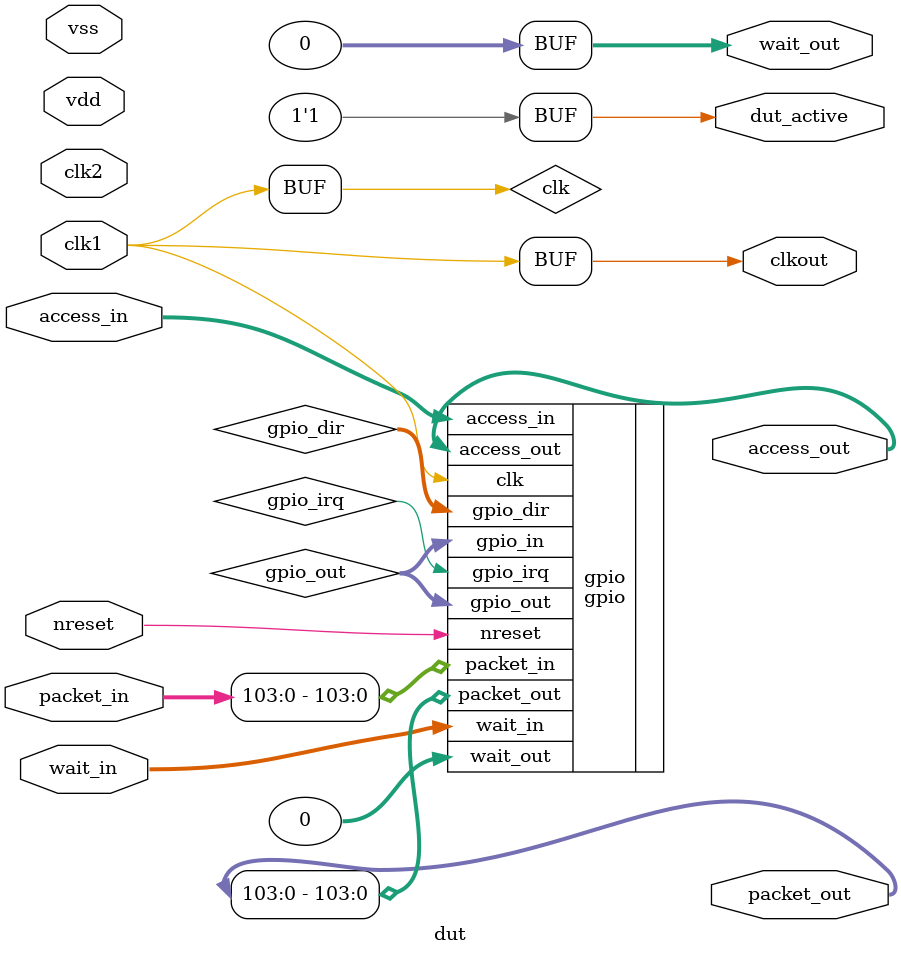
<source format=v>

module dut(/*AUTOARG*/
   // Outputs
   dut_active, clkout, wait_out, access_out, packet_out,
   // Inputs
   clk1, clk2, nreset, vdd, vss, access_in, packet_in, wait_in
   );

   parameter AW    = 32;
   parameter DW    = 32;
   parameter CW    = 2; 
   parameter IDW   = 12;
   parameter M_IDW = 6;
   parameter S_IDW = 12;
   parameter PW    = 104;     
   parameter N     = 32;
   
   //#######################################
   //# CLOCK AND RESET
   //#######################################
   input            clk1;
   input            clk2;
   input            nreset;
   input [N*N-1:0]  vdd;
   input 	    vss;
   output 	    dut_active;
   output 	    clkout;   

   //#######################################
   //#EMESH INTERFACE 
   //#######################################
   
   //Stimulus Driven Transaction
   input [N-1:0]     access_in;
   input [N*PW-1:0]  packet_in;
   output [N-1:0]    wait_out;

   //DUT driven transactoin
   output [N-1:0]    access_out;
   output [N*PW-1:0] packet_out;
   input [N-1:0]     wait_in;

   /*AUTOINPUT*/ 
   /*AUTOWIRE*/
   // Beginning of automatic wires (for undeclared instantiated-module outputs)
   wire [AW-1:0]	gpio_dir;		// From gpio of gpio.v
   wire			gpio_irq;		// From gpio of gpio.v
   wire [AW-1:0]	gpio_out;		// From gpio of gpio.v
   // End of automatics

   wire 		clk;
   wire [AW-1:0] 	gpio_in;		// To gpio of gpio.v

   //######################################################################
   //DUT
   //######################################################################

   assign wait_out[N-1:0] = 'b0;
   assign dut_active      = 1'b1;
   assign clkout          = clk1;
   assign clk             = clk1;
   
   /*gpio AUTO_TEMPLATE (
	 .gpio_irq	 (gpio_irq),
         .gpio_\(.*\)    (gpio_\1[AW-1:0]),
    );
    */
   gpio #(.N(AW),
	  .AW(AW))
   gpio (.gpio_in			(gpio_out[AW-1:0]),
	 /*AUTOINST*/
	 // Outputs
	 .wait_out			(wait_out),
	 .access_out			(access_out),
	 .packet_out			(packet_out[PW-1:0]),
	 .gpio_out			(gpio_out[AW-1:0]),	 // Templated
	 .gpio_dir			(gpio_dir[AW-1:0]),	 // Templated
	 .gpio_irq			(gpio_irq),		 // Templated
	 // Inputs
	 .nreset			(nreset),
	 .clk				(clk),
	 .access_in			(access_in),
	 .packet_in			(packet_in[PW-1:0]),
	 .wait_in			(wait_in));
        
endmodule // dut

// Local Variables:
// verilog-library-directories:("." "../hdl" "../../emesh/hdl")
// End:


</source>
